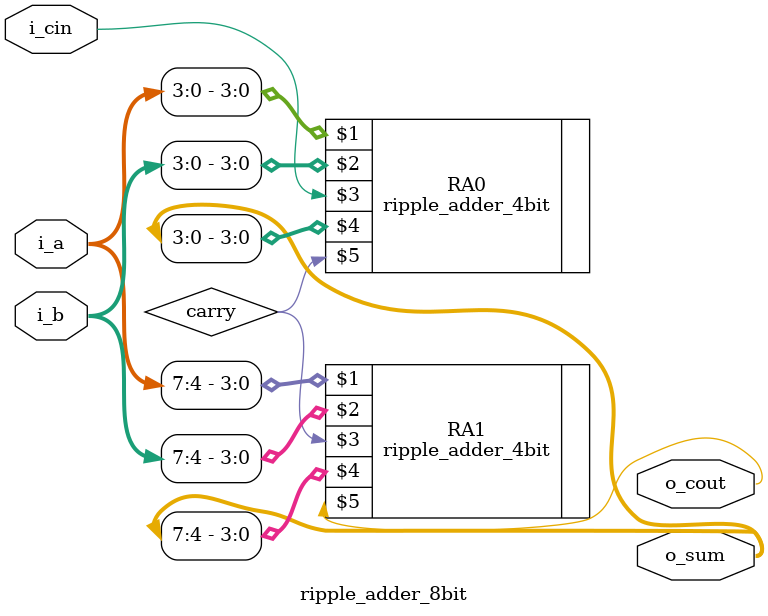
<source format=v>
`default_nettype none

module ripple_adder_8bit(
  i_a,
  i_b,
  i_cin,
  o_sum,
  o_cout
);

  input   [7:0]   i_a;
  input   [7:0]   i_b;
  input           i_cin;
  output  [7:0]   o_sum;
  output          o_cout;

  wire carry;

  ripple_adder_4bit RA0(i_a[3:0], i_b[3:0], i_cin, o_sum[3:0], carry);
  ripple_adder_4bit RA1(i_a[7:4], i_b[7:4], carry, o_sum[7:4], o_cout);

endmodule

</source>
